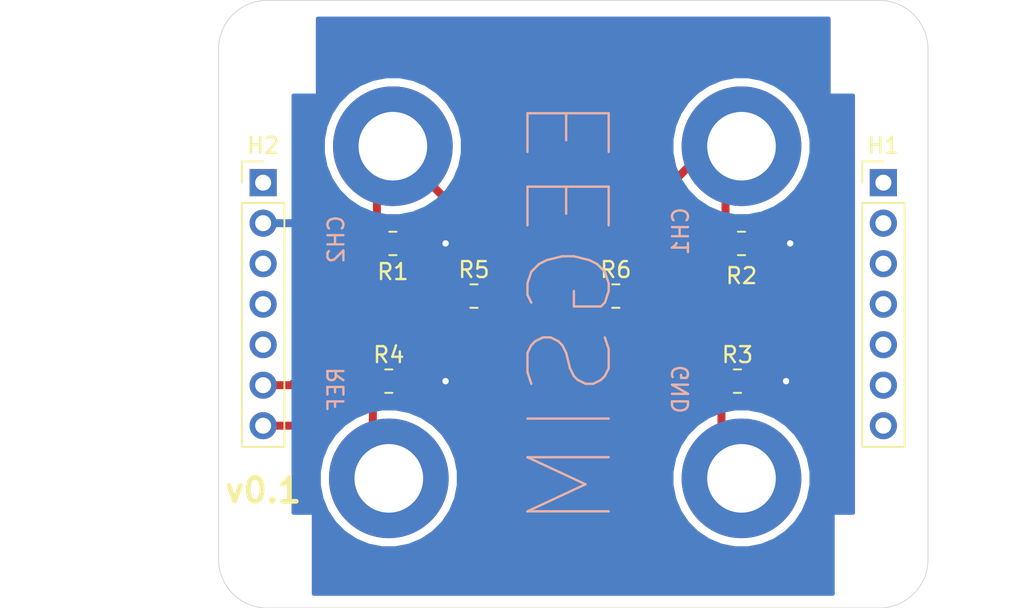
<source format=kicad_pcb>
(kicad_pcb (version 20171130) (host pcbnew "(5.1.10)-1")

  (general
    (thickness 1.6)
    (drawings 28)
    (tracks 40)
    (zones 0)
    (modules 16)
    (nets 2)
  )

  (page A4)
  (layers
    (0 F.Cu signal)
    (31 B.Cu signal hide)
    (32 B.Adhes user)
    (33 F.Adhes user)
    (34 B.Paste user)
    (35 F.Paste user)
    (36 B.SilkS user)
    (37 F.SilkS user)
    (38 B.Mask user)
    (39 F.Mask user)
    (40 Dwgs.User user)
    (41 Cmts.User user)
    (42 Eco1.User user)
    (43 Eco2.User user)
    (44 Edge.Cuts user)
    (45 Margin user)
    (46 B.CrtYd user)
    (47 F.CrtYd user)
    (48 B.Fab user)
    (49 F.Fab user)
  )

  (setup
    (last_trace_width 0.25)
    (user_trace_width 0.5)
    (trace_clearance 0.2)
    (zone_clearance 0.508)
    (zone_45_only no)
    (trace_min 0.2)
    (via_size 0.8)
    (via_drill 0.4)
    (via_min_size 0.4)
    (via_min_drill 0.3)
    (uvia_size 0.3)
    (uvia_drill 0.1)
    (uvias_allowed no)
    (uvia_min_size 0.2)
    (uvia_min_drill 0.1)
    (edge_width 0.05)
    (segment_width 0.2)
    (pcb_text_width 0.3)
    (pcb_text_size 1.5 1.5)
    (mod_edge_width 0.12)
    (mod_text_size 1 1)
    (mod_text_width 0.15)
    (pad_size 1.2 1.4)
    (pad_drill 0)
    (pad_to_mask_clearance 0)
    (aux_axis_origin 0 0)
    (visible_elements 7FFFFFFF)
    (pcbplotparams
      (layerselection 0x010fc_ffffffff)
      (usegerberextensions false)
      (usegerberattributes true)
      (usegerberadvancedattributes true)
      (creategerberjobfile true)
      (excludeedgelayer true)
      (linewidth 0.100000)
      (plotframeref false)
      (viasonmask false)
      (mode 1)
      (useauxorigin false)
      (hpglpennumber 1)
      (hpglpenspeed 20)
      (hpglpendiameter 15.000000)
      (psnegative false)
      (psa4output false)
      (plotreference true)
      (plotvalue true)
      (plotinvisibletext false)
      (padsonsilk false)
      (subtractmaskfromsilk false)
      (outputformat 1)
      (mirror false)
      (drillshape 1)
      (scaleselection 1)
      (outputdirectory ""))
  )

  (net 0 "")
  (net 1 GND)

  (net_class Default "This is the default net class."
    (clearance 0.2)
    (trace_width 0.25)
    (via_dia 0.8)
    (via_drill 0.4)
    (uvia_dia 0.3)
    (uvia_drill 0.1)
    (add_net GND)
  )

  (module Connector_PinHeader_2.54mm:PinHeader_1x07_P2.54mm_Vertical (layer F.Cu) (tedit 64139A51) (tstamp 64117BFC)
    (at 120.904 144.018)
    (descr "Through hole straight pin header, 1x07, 2.54mm pitch, single row")
    (tags "Through hole pin header THT 1x07 2.54mm single row")
    (fp_text reference H2 (at 0 -2.33) (layer F.SilkS)
      (effects (font (size 1 1) (thickness 0.15)))
    )
    (fp_text value "" (at 0 17.57) (layer F.Fab)
      (effects (font (size 1 1) (thickness 0.15)))
    )
    (fp_line (start -0.635 -1.27) (end 1.27 -1.27) (layer F.Fab) (width 0.1))
    (fp_line (start 1.27 -1.27) (end 1.27 16.51) (layer F.Fab) (width 0.1))
    (fp_line (start 1.27 16.51) (end -1.27 16.51) (layer F.Fab) (width 0.1))
    (fp_line (start -1.27 16.51) (end -1.27 -0.635) (layer F.Fab) (width 0.1))
    (fp_line (start -1.27 -0.635) (end -0.635 -1.27) (layer F.Fab) (width 0.1))
    (fp_line (start -1.33 16.57) (end 1.33 16.57) (layer F.SilkS) (width 0.12))
    (fp_line (start -1.33 1.27) (end -1.33 16.57) (layer F.SilkS) (width 0.12))
    (fp_line (start 1.33 1.27) (end 1.33 16.57) (layer F.SilkS) (width 0.12))
    (fp_line (start -1.33 1.27) (end 1.33 1.27) (layer F.SilkS) (width 0.12))
    (fp_line (start -1.33 0) (end -1.33 -1.33) (layer F.SilkS) (width 0.12))
    (fp_line (start -1.33 -1.33) (end 0 -1.33) (layer F.SilkS) (width 0.12))
    (fp_line (start -1.8 -1.8) (end -1.8 17.05) (layer F.CrtYd) (width 0.05))
    (fp_line (start -1.8 17.05) (end 1.8 17.05) (layer F.CrtYd) (width 0.05))
    (fp_line (start 1.8 17.05) (end 1.8 -1.8) (layer F.CrtYd) (width 0.05))
    (fp_line (start 1.8 -1.8) (end -1.8 -1.8) (layer F.CrtYd) (width 0.05))
    (fp_text user %R (at 0 7.62 90) (layer F.Fab)
      (effects (font (size 1 1) (thickness 0.15)))
    )
    (pad 1 thru_hole rect (at 0 0) (size 1.7 1.7) (drill 1) (layers *.Cu *.Mask))
    (pad 2 thru_hole oval (at 0 2.54) (size 1.7 1.7) (drill 1) (layers *.Cu *.Mask)
      (net 1 GND))
    (pad 3 thru_hole oval (at 0 5.08) (size 1.7 1.7) (drill 1) (layers *.Cu *.Mask))
    (pad 4 thru_hole oval (at 0 7.62) (size 1.7 1.7) (drill 1) (layers *.Cu *.Mask))
    (pad 5 thru_hole oval (at 0 10.16) (size 1.7 1.7) (drill 1) (layers *.Cu *.Mask))
    (pad 6 thru_hole oval (at 0 12.7) (size 1.7 1.7) (drill 1) (layers *.Cu *.Mask))
    (pad 7 thru_hole oval (at 0 15.24) (size 1.7 1.7) (drill 1) (layers *.Cu *.Mask))
    (model ${KISYS3DMOD}/Connector_PinHeader_2.54mm.3dshapes/PinHeader_1x07_P2.54mm_Vertical.wrl
      (at (xyz 0 0 0))
      (scale (xyz 1 1 1))
      (rotate (xyz 0 0 0))
    )
  )

  (module Connector_PinHeader_2.54mm:PinHeader_1x07_P2.54mm_Vertical (layer F.Cu) (tedit 64139A46) (tstamp 64117BA2)
    (at 159.766 144.018)
    (descr "Through hole straight pin header, 1x07, 2.54mm pitch, single row")
    (tags "Through hole pin header THT 1x07 2.54mm single row")
    (fp_text reference H1 (at 0 -2.33) (layer F.SilkS)
      (effects (font (size 1 1) (thickness 0.15)))
    )
    (fp_text value "" (at 0 17.57) (layer F.Fab)
      (effects (font (size 1 1) (thickness 0.15)))
    )
    (fp_line (start 1.8 -1.8) (end -1.8 -1.8) (layer F.CrtYd) (width 0.05))
    (fp_line (start 1.8 17.05) (end 1.8 -1.8) (layer F.CrtYd) (width 0.05))
    (fp_line (start -1.8 17.05) (end 1.8 17.05) (layer F.CrtYd) (width 0.05))
    (fp_line (start -1.8 -1.8) (end -1.8 17.05) (layer F.CrtYd) (width 0.05))
    (fp_line (start -1.33 -1.33) (end 0 -1.33) (layer F.SilkS) (width 0.12))
    (fp_line (start -1.33 0) (end -1.33 -1.33) (layer F.SilkS) (width 0.12))
    (fp_line (start -1.33 1.27) (end 1.33 1.27) (layer F.SilkS) (width 0.12))
    (fp_line (start 1.33 1.27) (end 1.33 16.57) (layer F.SilkS) (width 0.12))
    (fp_line (start -1.33 1.27) (end -1.33 16.57) (layer F.SilkS) (width 0.12))
    (fp_line (start -1.33 16.57) (end 1.33 16.57) (layer F.SilkS) (width 0.12))
    (fp_line (start -1.27 -0.635) (end -0.635 -1.27) (layer F.Fab) (width 0.1))
    (fp_line (start -1.27 16.51) (end -1.27 -0.635) (layer F.Fab) (width 0.1))
    (fp_line (start 1.27 16.51) (end -1.27 16.51) (layer F.Fab) (width 0.1))
    (fp_line (start 1.27 -1.27) (end 1.27 16.51) (layer F.Fab) (width 0.1))
    (fp_line (start -0.635 -1.27) (end 1.27 -1.27) (layer F.Fab) (width 0.1))
    (fp_text user %R (at 0 7.62 90) (layer F.Fab)
      (effects (font (size 1 1) (thickness 0.15)))
    )
    (pad 7 thru_hole oval (at 0 15.24) (size 1.7 1.7) (drill 1) (layers *.Cu *.Mask))
    (pad 6 thru_hole oval (at 0 12.7) (size 1.7 1.7) (drill 1) (layers *.Cu *.Mask))
    (pad 5 thru_hole oval (at 0 10.16) (size 1.7 1.7) (drill 1) (layers *.Cu *.Mask))
    (pad 4 thru_hole oval (at 0 7.62) (size 1.7 1.7) (drill 1) (layers *.Cu *.Mask))
    (pad 3 thru_hole oval (at 0 5.08) (size 1.7 1.7) (drill 1) (layers *.Cu *.Mask))
    (pad 2 thru_hole oval (at 0 2.54) (size 1.7 1.7) (drill 1) (layers *.Cu *.Mask))
    (pad 1 thru_hole rect (at 0 0) (size 1.7 1.7) (drill 1) (layers *.Cu *.Mask))
    (model ${KISYS3DMOD}/Connector_PinHeader_2.54mm.3dshapes/PinHeader_1x07_P2.54mm_Vertical.wrl
      (at (xyz 0 0 0))
      (scale (xyz 1 1 1))
      (rotate (xyz 0 0 0))
    )
  )

  (module MountingHole:MountingHole_2.2mm_M2_DIN965 (layer F.Cu) (tedit 56D1B4CB) (tstamp 6410F1A6)
    (at 159.512 167.64)
    (descr "Mounting Hole 2.2mm, no annular, M2, DIN965")
    (tags "mounting hole 2.2mm no annular m2 din965")
    (attr virtual)
    (fp_text reference "" (at 0 -2.9) (layer F.SilkS) hide
      (effects (font (size 1 1) (thickness 0.15)))
    )
    (fp_text value "" (at 0 2.9) (layer F.Fab) hide
      (effects (font (size 1 1) (thickness 0.15)))
    )
    (fp_circle (center 0 0) (end 1.9 0) (layer Cmts.User) (width 0.15))
    (fp_circle (center 0 0) (end 2.15 0) (layer F.CrtYd) (width 0.05))
    (fp_text user %R (at 0.3 0) (layer F.Fab) hide
      (effects (font (size 1 1) (thickness 0.15)))
    )
    (pad 1 np_thru_hole circle (at 0 0) (size 2.2 2.2) (drill 2.2) (layers *.Cu *.Mask))
  )

  (module MountingHole:MountingHole_2.2mm_M2_DIN965 (layer F.Cu) (tedit 56D1B4CB) (tstamp 6410F19F)
    (at 159.512 135.636)
    (descr "Mounting Hole 2.2mm, no annular, M2, DIN965")
    (tags "mounting hole 2.2mm no annular m2 din965")
    (attr virtual)
    (fp_text reference "" (at 0 -2.9) (layer F.SilkS) hide
      (effects (font (size 1 1) (thickness 0.15)))
    )
    (fp_text value "" (at 0 2.9) (layer F.Fab) hide
      (effects (font (size 1 1) (thickness 0.15)))
    )
    (fp_circle (center 0 0) (end 2.15 0) (layer F.CrtYd) (width 0.05))
    (fp_circle (center 0 0) (end 1.9 0) (layer Cmts.User) (width 0.15))
    (fp_text user %R (at 0.3 0) (layer F.Fab) hide
      (effects (font (size 1 1) (thickness 0.15)))
    )
    (pad 1 np_thru_hole circle (at 0 0) (size 2.2 2.2) (drill 2.2) (layers *.Cu *.Mask))
  )

  (module MountingHole:MountingHole_2.2mm_M2_DIN965 (layer F.Cu) (tedit 56D1B4CB) (tstamp 6410F198)
    (at 121.158 135.636)
    (descr "Mounting Hole 2.2mm, no annular, M2, DIN965")
    (tags "mounting hole 2.2mm no annular m2 din965")
    (attr virtual)
    (fp_text reference "" (at 0 -2.9) (layer F.SilkS) hide
      (effects (font (size 1 1) (thickness 0.15)))
    )
    (fp_text value "" (at 0 2.9) (layer F.Fab) hide
      (effects (font (size 1 1) (thickness 0.15)))
    )
    (fp_circle (center 0 0) (end 1.9 0) (layer Cmts.User) (width 0.15))
    (fp_circle (center 0 0) (end 2.15 0) (layer F.CrtYd) (width 0.05))
    (fp_text user %R (at 0.3 0) (layer F.Fab) hide
      (effects (font (size 1 1) (thickness 0.15)))
    )
    (pad 1 np_thru_hole circle (at 0 0) (size 2.2 2.2) (drill 2.2) (layers *.Cu *.Mask))
  )

  (module MountingHole:MountingHole_2.2mm_M2_DIN965 (layer F.Cu) (tedit 56D1B4CB) (tstamp 6410F191)
    (at 121.158 167.64)
    (descr "Mounting Hole 2.2mm, no annular, M2, DIN965")
    (tags "mounting hole 2.2mm no annular m2 din965")
    (attr virtual)
    (fp_text reference "" (at 0 -2.9) (layer F.SilkS) hide
      (effects (font (size 1 1) (thickness 0.15)))
    )
    (fp_text value "" (at 0 2.9) (layer F.Fab) hide
      (effects (font (size 1 1) (thickness 0.15)))
    )
    (fp_circle (center 0 0) (end 2.15 0) (layer F.CrtYd) (width 0.05))
    (fp_circle (center 0 0) (end 1.9 0) (layer Cmts.User) (width 0.15))
    (fp_text user %R (at 0.3 0) (layer F.Fab) hide
      (effects (font (size 1 1) (thickness 0.15)))
    )
    (pad 1 np_thru_hole circle (at 0 0) (size 2.2 2.2) (drill 2.2) (layers *.Cu *.Mask))
  )

  (module Resistor_SMD:R_0805_2012Metric_Pad1.20x1.40mm_HandSolder (layer F.Cu) (tedit 5F68FEEE) (tstamp 63F3D17A)
    (at 134.112 151.13)
    (descr "Resistor SMD 0805 (2012 Metric), square (rectangular) end terminal, IPC_7351 nominal with elongated pad for handsoldering. (Body size source: IPC-SM-782 page 72, https://www.pcb-3d.com/wordpress/wp-content/uploads/ipc-sm-782a_amendment_1_and_2.pdf), generated with kicad-footprint-generator")
    (tags "resistor handsolder")
    (attr smd)
    (fp_text reference R5 (at 0 -1.65) (layer F.SilkS)
      (effects (font (size 1 1) (thickness 0.15)))
    )
    (fp_text value "" (at 0 1.65) (layer F.Fab) hide
      (effects (font (size 1 1) (thickness 0.15)))
    )
    (fp_line (start 1.85 0.95) (end -1.85 0.95) (layer F.CrtYd) (width 0.05))
    (fp_line (start 1.85 -0.95) (end 1.85 0.95) (layer F.CrtYd) (width 0.05))
    (fp_line (start -1.85 -0.95) (end 1.85 -0.95) (layer F.CrtYd) (width 0.05))
    (fp_line (start -1.85 0.95) (end -1.85 -0.95) (layer F.CrtYd) (width 0.05))
    (fp_line (start -0.227064 0.735) (end 0.227064 0.735) (layer F.SilkS) (width 0.12))
    (fp_line (start -0.227064 -0.735) (end 0.227064 -0.735) (layer F.SilkS) (width 0.12))
    (fp_line (start 1 0.625) (end -1 0.625) (layer F.Fab) (width 0.1))
    (fp_line (start 1 -0.625) (end 1 0.625) (layer F.Fab) (width 0.1))
    (fp_line (start -1 -0.625) (end 1 -0.625) (layer F.Fab) (width 0.1))
    (fp_line (start -1 0.625) (end -1 -0.625) (layer F.Fab) (width 0.1))
    (fp_text user 24M9 (at 0 0) (layer F.Fab)
      (effects (font (size 0.5 0.5) (thickness 0.08)))
    )
    (pad 2 smd roundrect (at 1 0) (size 1.2 1.4) (layers F.Cu F.Paste F.Mask) (roundrect_rratio 0.208333))
    (pad 1 smd roundrect (at -1 0) (size 1.2 1.4) (layers F.Cu F.Paste F.Mask) (roundrect_rratio 0.208333))
    (model ${KISYS3DMOD}/Resistor_SMD.3dshapes/R_0805_2012Metric.wrl
      (at (xyz 0 0 0))
      (scale (xyz 1 1 1))
      (rotate (xyz 0 0 0))
    )
  )

  (module Resistor_SMD:R_0805_2012Metric_Pad1.20x1.40mm_HandSolder (layer F.Cu) (tedit 5F68FEEE) (tstamp 63F3D15A)
    (at 143.002 151.13)
    (descr "Resistor SMD 0805 (2012 Metric), square (rectangular) end terminal, IPC_7351 nominal with elongated pad for handsoldering. (Body size source: IPC-SM-782 page 72, https://www.pcb-3d.com/wordpress/wp-content/uploads/ipc-sm-782a_amendment_1_and_2.pdf), generated with kicad-footprint-generator")
    (tags "resistor handsolder")
    (attr smd)
    (fp_text reference R6 (at 0 -1.65) (layer F.SilkS)
      (effects (font (size 1 1) (thickness 0.15)))
    )
    (fp_text value "" (at 0 1.65) (layer F.Fab) hide
      (effects (font (size 1 1) (thickness 0.15)))
    )
    (fp_line (start -1 0.625) (end -1 -0.625) (layer F.Fab) (width 0.1))
    (fp_line (start -1 -0.625) (end 1 -0.625) (layer F.Fab) (width 0.1))
    (fp_line (start 1 -0.625) (end 1 0.625) (layer F.Fab) (width 0.1))
    (fp_line (start 1 0.625) (end -1 0.625) (layer F.Fab) (width 0.1))
    (fp_line (start -0.227064 -0.735) (end 0.227064 -0.735) (layer F.SilkS) (width 0.12))
    (fp_line (start -0.227064 0.735) (end 0.227064 0.735) (layer F.SilkS) (width 0.12))
    (fp_line (start -1.85 0.95) (end -1.85 -0.95) (layer F.CrtYd) (width 0.05))
    (fp_line (start -1.85 -0.95) (end 1.85 -0.95) (layer F.CrtYd) (width 0.05))
    (fp_line (start 1.85 -0.95) (end 1.85 0.95) (layer F.CrtYd) (width 0.05))
    (fp_line (start 1.85 0.95) (end -1.85 0.95) (layer F.CrtYd) (width 0.05))
    (fp_text user 24M9 (at 0 0) (layer F.Fab)
      (effects (font (size 0.5 0.5) (thickness 0.08)))
    )
    (pad 1 smd roundrect (at -1 0) (size 1.2 1.4) (layers F.Cu F.Paste F.Mask) (roundrect_rratio 0.208333))
    (pad 2 smd roundrect (at 1 0) (size 1.2 1.4) (layers F.Cu F.Paste F.Mask) (roundrect_rratio 0.208333))
    (model ${KISYS3DMOD}/Resistor_SMD.3dshapes/R_0805_2012Metric.wrl
      (at (xyz 0 0 0))
      (scale (xyz 1 1 1))
      (rotate (xyz 0 0 0))
    )
  )

  (module Resistor_SMD:R_0805_2012Metric_Pad1.20x1.40mm_HandSolder (layer F.Cu) (tedit 64139BE8) (tstamp 63F3D108)
    (at 150.876 147.828)
    (descr "Resistor SMD 0805 (2012 Metric), square (rectangular) end terminal, IPC_7351 nominal with elongated pad for handsoldering. (Body size source: IPC-SM-782 page 72, https://www.pcb-3d.com/wordpress/wp-content/uploads/ipc-sm-782a_amendment_1_and_2.pdf), generated with kicad-footprint-generator")
    (tags "resistor handsolder")
    (attr smd)
    (fp_text reference R2 (at 0 2.032) (layer F.SilkS)
      (effects (font (size 1 1) (thickness 0.15)))
    )
    (fp_text value "" (at 0 1.65) (layer F.Fab) hide
      (effects (font (size 1 1) (thickness 0.15)))
    )
    (fp_line (start -1 0.625) (end -1 -0.625) (layer F.Fab) (width 0.1))
    (fp_line (start -1 -0.625) (end 1 -0.625) (layer F.Fab) (width 0.1))
    (fp_line (start 1 -0.625) (end 1 0.625) (layer F.Fab) (width 0.1))
    (fp_line (start 1 0.625) (end -1 0.625) (layer F.Fab) (width 0.1))
    (fp_line (start -0.227064 -0.735) (end 0.227064 -0.735) (layer F.SilkS) (width 0.12))
    (fp_line (start -0.227064 0.735) (end 0.227064 0.735) (layer F.SilkS) (width 0.12))
    (fp_line (start -1.85 0.95) (end -1.85 -0.95) (layer F.CrtYd) (width 0.05))
    (fp_line (start -1.85 -0.95) (end 1.85 -0.95) (layer F.CrtYd) (width 0.05))
    (fp_line (start 1.85 -0.95) (end 1.85 0.95) (layer F.CrtYd) (width 0.05))
    (fp_line (start 1.85 0.95) (end -1.85 0.95) (layer F.CrtYd) (width 0.05))
    (fp_text user 1k5 (at 0 0) (layer F.Fab)
      (effects (font (size 0.5 0.5) (thickness 0.08)))
    )
    (pad 1 smd roundrect (at -1 0) (size 1.2 1.4) (layers F.Cu F.Paste F.Mask) (roundrect_rratio 0.208333))
    (pad 2 smd roundrect (at 1 0) (size 1.2 1.4) (layers F.Cu F.Paste F.Mask) (roundrect_rratio 0.208)
      (net 1 GND))
    (model ${KISYS3DMOD}/Resistor_SMD.3dshapes/R_0805_2012Metric.wrl
      (at (xyz 0 0 0))
      (scale (xyz 1 1 1))
      (rotate (xyz 0 0 0))
    )
  )

  (module Resistor_SMD:R_0805_2012Metric_Pad1.20x1.40mm_HandSolder (layer F.Cu) (tedit 64139BF2) (tstamp 63F3D0E8)
    (at 150.622 156.464)
    (descr "Resistor SMD 0805 (2012 Metric), square (rectangular) end terminal, IPC_7351 nominal with elongated pad for handsoldering. (Body size source: IPC-SM-782 page 72, https://www.pcb-3d.com/wordpress/wp-content/uploads/ipc-sm-782a_amendment_1_and_2.pdf), generated with kicad-footprint-generator")
    (tags "resistor handsolder")
    (attr smd)
    (fp_text reference R3 (at 0 -1.65) (layer F.SilkS)
      (effects (font (size 1 1) (thickness 0.15)))
    )
    (fp_text value "" (at 0 1.65) (layer F.Fab) hide
      (effects (font (size 1 1) (thickness 0.15)))
    )
    (fp_line (start 1.85 0.95) (end -1.85 0.95) (layer F.CrtYd) (width 0.05))
    (fp_line (start 1.85 -0.95) (end 1.85 0.95) (layer F.CrtYd) (width 0.05))
    (fp_line (start -1.85 -0.95) (end 1.85 -0.95) (layer F.CrtYd) (width 0.05))
    (fp_line (start -1.85 0.95) (end -1.85 -0.95) (layer F.CrtYd) (width 0.05))
    (fp_line (start -0.227064 0.735) (end 0.227064 0.735) (layer F.SilkS) (width 0.12))
    (fp_line (start -0.227064 -0.735) (end 0.227064 -0.735) (layer F.SilkS) (width 0.12))
    (fp_line (start 1 0.625) (end -1 0.625) (layer F.Fab) (width 0.1))
    (fp_line (start 1 -0.625) (end 1 0.625) (layer F.Fab) (width 0.1))
    (fp_line (start -1 -0.625) (end 1 -0.625) (layer F.Fab) (width 0.1))
    (fp_line (start -1 0.625) (end -1 -0.625) (layer F.Fab) (width 0.1))
    (fp_text user 1k5 (at 0 0) (layer F.Fab)
      (effects (font (size 0.5 0.5) (thickness 0.08)))
    )
    (pad 2 smd roundrect (at 1 0) (size 1.2 1.4) (layers F.Cu F.Paste F.Mask) (roundrect_rratio 0.208)
      (net 1 GND))
    (pad 1 smd roundrect (at -1 0) (size 1.2 1.4) (layers F.Cu F.Paste F.Mask) (roundrect_rratio 0.208333))
    (model ${KISYS3DMOD}/Resistor_SMD.3dshapes/R_0805_2012Metric.wrl
      (at (xyz 0 0 0))
      (scale (xyz 1 1 1))
      (rotate (xyz 0 0 0))
    )
  )

  (module Resistor_SMD:R_0805_2012Metric_Pad1.20x1.40mm_HandSolder (layer F.Cu) (tedit 64139BFC) (tstamp 63F3D0C8)
    (at 128.778 156.464)
    (descr "Resistor SMD 0805 (2012 Metric), square (rectangular) end terminal, IPC_7351 nominal with elongated pad for handsoldering. (Body size source: IPC-SM-782 page 72, https://www.pcb-3d.com/wordpress/wp-content/uploads/ipc-sm-782a_amendment_1_and_2.pdf), generated with kicad-footprint-generator")
    (tags "resistor handsolder")
    (attr smd)
    (fp_text reference R4 (at 0 -1.65) (layer F.SilkS)
      (effects (font (size 1 1) (thickness 0.15)))
    )
    (fp_text value "" (at 0 1.65) (layer F.Fab) hide
      (effects (font (size 1 1) (thickness 0.15)))
    )
    (fp_line (start -1 0.625) (end -1 -0.625) (layer F.Fab) (width 0.1))
    (fp_line (start -1 -0.625) (end 1 -0.625) (layer F.Fab) (width 0.1))
    (fp_line (start 1 -0.625) (end 1 0.625) (layer F.Fab) (width 0.1))
    (fp_line (start 1 0.625) (end -1 0.625) (layer F.Fab) (width 0.1))
    (fp_line (start -0.227064 -0.735) (end 0.227064 -0.735) (layer F.SilkS) (width 0.12))
    (fp_line (start -0.227064 0.735) (end 0.227064 0.735) (layer F.SilkS) (width 0.12))
    (fp_line (start -1.85 0.95) (end -1.85 -0.95) (layer F.CrtYd) (width 0.05))
    (fp_line (start -1.85 -0.95) (end 1.85 -0.95) (layer F.CrtYd) (width 0.05))
    (fp_line (start 1.85 -0.95) (end 1.85 0.95) (layer F.CrtYd) (width 0.05))
    (fp_line (start 1.85 0.95) (end -1.85 0.95) (layer F.CrtYd) (width 0.05))
    (fp_text user 1k5 (at 0 0) (layer F.Fab)
      (effects (font (size 0.5 0.5) (thickness 0.08)))
    )
    (pad 1 smd roundrect (at -1 0) (size 1.2 1.4) (layers F.Cu F.Paste F.Mask) (roundrect_rratio 0.208333))
    (pad 2 smd roundrect (at 1 0) (size 1.2 1.4) (layers F.Cu F.Paste F.Mask) (roundrect_rratio 0.208)
      (net 1 GND))
    (model ${KISYS3DMOD}/Resistor_SMD.3dshapes/R_0805_2012Metric.wrl
      (at (xyz 0 0 0))
      (scale (xyz 1 1 1))
      (rotate (xyz 0 0 0))
    )
  )

  (module Resistor_SMD:R_0805_2012Metric_Pad1.20x1.40mm_HandSolder (layer F.Cu) (tedit 64139BDA) (tstamp 63F3D0A8)
    (at 129.032 147.828)
    (descr "Resistor SMD 0805 (2012 Metric), square (rectangular) end terminal, IPC_7351 nominal with elongated pad for handsoldering. (Body size source: IPC-SM-782 page 72, https://www.pcb-3d.com/wordpress/wp-content/uploads/ipc-sm-782a_amendment_1_and_2.pdf), generated with kicad-footprint-generator")
    (tags "resistor handsolder")
    (attr smd)
    (fp_text reference R1 (at 0 1.778) (layer F.SilkS)
      (effects (font (size 1 1) (thickness 0.15)))
    )
    (fp_text value "" (at 0 1.65) (layer F.Fab) hide
      (effects (font (size 1 1) (thickness 0.15)))
    )
    (fp_line (start 1.85 0.95) (end -1.85 0.95) (layer F.CrtYd) (width 0.05))
    (fp_line (start 1.85 -0.95) (end 1.85 0.95) (layer F.CrtYd) (width 0.05))
    (fp_line (start -1.85 -0.95) (end 1.85 -0.95) (layer F.CrtYd) (width 0.05))
    (fp_line (start -1.85 0.95) (end -1.85 -0.95) (layer F.CrtYd) (width 0.05))
    (fp_line (start -0.227064 0.735) (end 0.227064 0.735) (layer F.SilkS) (width 0.12))
    (fp_line (start -0.227064 -0.735) (end 0.227064 -0.735) (layer F.SilkS) (width 0.12))
    (fp_line (start 1 0.625) (end -1 0.625) (layer F.Fab) (width 0.1))
    (fp_line (start 1 -0.625) (end 1 0.625) (layer F.Fab) (width 0.1))
    (fp_line (start -1 -0.625) (end 1 -0.625) (layer F.Fab) (width 0.1))
    (fp_line (start -1 0.625) (end -1 -0.625) (layer F.Fab) (width 0.1))
    (fp_text user 1.5k (at 0 0) (layer F.Fab)
      (effects (font (size 0.5 0.5) (thickness 0.08)))
    )
    (pad 2 smd roundrect (at 1 0) (size 1.2 1.4) (layers F.Cu F.Paste F.Mask) (roundrect_rratio 0.208)
      (net 1 GND))
    (pad 1 smd roundrect (at -1 0) (size 1.2 1.4) (layers F.Cu F.Paste F.Mask) (roundrect_rratio 0.208333))
    (model ${KISYS3DMOD}/Resistor_SMD.3dshapes/R_0805_2012Metric.wrl
      (at (xyz 0 0 0))
      (scale (xyz 1 1 1))
      (rotate (xyz 0 0 0))
    )
  )

  (module MountingHole:MountingHole_4.3mm_M4_DIN965_Pad (layer F.Cu) (tedit 56D1B4CB) (tstamp 63F3D088)
    (at 128.778 162.56)
    (descr "Mounting Hole 4.3mm, M4, DIN965")
    (tags "mounting hole 4.3mm m4 din965")
    (attr virtual)
    (fp_text reference "" (at 0 -4.75) (layer F.SilkS)
      (effects (font (size 1 1) (thickness 0.15)))
    )
    (fp_text value "" (at 0 4.75) (layer F.Fab)
      (effects (font (size 1 1) (thickness 0.15)))
    )
    (fp_circle (center 0 0) (end 3.75 0) (layer Cmts.User) (width 0.15))
    (fp_circle (center 0 0) (end 4 0) (layer F.CrtYd) (width 0.05))
    (fp_text user %R (at 0.3 0) (layer F.Fab)
      (effects (font (size 1 1) (thickness 0.15)))
    )
    (pad 1 thru_hole circle (at 0 0) (size 7.5 7.5) (drill 4.3) (layers *.Cu *.Mask))
  )

  (module MountingHole:MountingHole_4.3mm_M4_DIN965_Pad (layer F.Cu) (tedit 56D1B4CB) (tstamp 63F3D07A)
    (at 150.876 162.56)
    (descr "Mounting Hole 4.3mm, M4, DIN965")
    (tags "mounting hole 4.3mm m4 din965")
    (attr virtual)
    (fp_text reference "" (at 0 -4.75) (layer F.SilkS)
      (effects (font (size 1 1) (thickness 0.15)))
    )
    (fp_text value "" (at 0 4.75) (layer F.Fab)
      (effects (font (size 1 1) (thickness 0.15)))
    )
    (fp_circle (center 0 0) (end 4 0) (layer F.CrtYd) (width 0.05))
    (fp_circle (center 0 0) (end 3.75 0) (layer Cmts.User) (width 0.15))
    (fp_text user %R (at 0.3 0) (layer F.Fab)
      (effects (font (size 1 1) (thickness 0.15)))
    )
    (pad 1 thru_hole circle (at 0 0) (size 7.5 7.5) (drill 4.3) (layers *.Cu *.Mask))
  )

  (module MountingHole:MountingHole_4.3mm_M4_DIN965_Pad (layer F.Cu) (tedit 56D1B4CB) (tstamp 63F3D06C)
    (at 150.876 141.732)
    (descr "Mounting Hole 4.3mm, M4, DIN965")
    (tags "mounting hole 4.3mm m4 din965")
    (attr virtual)
    (fp_text reference "" (at 0 -4.75) (layer F.SilkS)
      (effects (font (size 1 1) (thickness 0.15)))
    )
    (fp_text value "" (at 0 4.75) (layer F.Fab)
      (effects (font (size 1 1) (thickness 0.15)))
    )
    (fp_circle (center 0 0) (end 3.75 0) (layer Cmts.User) (width 0.15))
    (fp_circle (center 0 0) (end 4 0) (layer F.CrtYd) (width 0.05))
    (fp_text user %R (at 0.3 0) (layer F.Fab)
      (effects (font (size 1 1) (thickness 0.15)))
    )
    (pad 1 thru_hole circle (at 0 0) (size 7.5 7.5) (drill 4.3) (layers *.Cu *.Mask))
  )

  (module MountingHole:MountingHole_4.3mm_M4_DIN965_Pad (layer F.Cu) (tedit 56D1B4CB) (tstamp 63F3D00F)
    (at 129.032 141.732)
    (descr "Mounting Hole 4.3mm, M4, DIN965")
    (tags "mounting hole 4.3mm m4 din965")
    (attr virtual)
    (fp_text reference "" (at 0 -4.75) (layer F.SilkS)
      (effects (font (size 1 1) (thickness 0.15)))
    )
    (fp_text value "" (at 0 4.75) (layer F.Fab)
      (effects (font (size 1 1) (thickness 0.15)))
    )
    (fp_circle (center 0 0) (end 4 0) (layer F.CrtYd) (width 0.05))
    (fp_circle (center 0 0) (end 3.75 0) (layer Cmts.User) (width 0.15))
    (fp_text user %R (at 0.3 0) (layer F.Fab)
      (effects (font (size 1 1) (thickness 0.15)))
    )
    (pad 1 thru_hole circle (at 0 0) (size 7.5 7.5) (drill 4.3) (layers *.Cu *.Mask))
  )

  (gr_text v0.1 (at 120.904 163.322) (layer F.SilkS)
    (effects (font (size 1.5 1.5) (thickness 0.3)))
  )
  (gr_text REF (at 164.338 159.512) (layer Dwgs.User) (tstamp 64120AAF)
    (effects (font (size 1.5 1.5) (thickness 0.3)))
  )
  (gr_text AGND (at 165.1 156.972) (layer Dwgs.User) (tstamp 64120AAB)
    (effects (font (size 1.5 1.5) (thickness 0.3)))
  )
  (gr_text CH1+ (at 165.1 154.178) (layer Dwgs.User) (tstamp 64120AA7)
    (effects (font (size 1.5 1.5) (thickness 0.3)))
  )
  (gr_text CH1- (at 165.1 151.638) (layer Dwgs.User) (tstamp 64120AA4)
    (effects (font (size 1.5 1.5) (thickness 0.3)))
  )
  (gr_text CH0- (at 165.1 149.098) (layer Dwgs.User) (tstamp 64120AA1)
    (effects (font (size 1.5 1.5) (thickness 0.3)))
  )
  (gr_text CH0+ (at 165.1 146.558) (layer Dwgs.User) (tstamp 64120A9E)
    (effects (font (size 1.5 1.5) (thickness 0.3)))
  )
  (gr_text A6/D6/TX (at 111.76 159.258) (layer Dwgs.User) (tstamp 64120A99)
    (effects (font (size 1.5 1.5) (thickness 0.3)))
  )
  (gr_text A7/D7/RX (at 111.76 156.718) (layer Dwgs.User) (tstamp 64120A92)
    (effects (font (size 1.5 1.5) (thickness 0.3)))
  )
  (gr_text D1/A1 (at 114.046 154.178) (layer Dwgs.User) (tstamp 64120A88)
    (effects (font (size 1.5 1.5) (thickness 0.3)))
  )
  (gr_text DAC/D0/A0 (at 111.252 151.638) (layer Dwgs.User) (tstamp 64120A80)
    (effects (font (size 1.5 1.5) (thickness 0.3)))
  )
  (gr_text 3.3V (at 115.062 148.844) (layer Dwgs.User) (tstamp 64120A7C)
    (effects (font (size 1.5 1.5) (thickness 0.3)))
  )
  (gr_text GND (at 115.316 146.304) (layer Dwgs.User) (tstamp 64120A78)
    (effects (font (size 1.5 1.5) (thickness 0.3)))
  )
  (gr_text 5V (at 116.332 144.018) (layer Dwgs.User) (tstamp 64120A73)
    (effects (font (size 1.5 1.5) (thickness 0.3)))
  )
  (gr_text A3.3V (at 164.846 144.018) (layer Dwgs.User)
    (effects (font (size 1.5 1.5) (thickness 0.3)))
  )
  (gr_arc (start 121.158 167.64) (end 118.11 167.64) (angle -90) (layer Edge.Cuts) (width 0.05) (tstamp 64117DB5))
  (gr_line (start 162.56 135.636) (end 162.56 167.64) (layer Edge.Cuts) (width 0.05) (tstamp 64117DB4))
  (gr_arc (start 159.512 135.636) (end 162.56 135.636) (angle -90) (layer Edge.Cuts) (width 0.05) (tstamp 64117DB3))
  (gr_arc (start 121.158 135.636) (end 121.158 132.588) (angle -90) (layer Edge.Cuts) (width 0.05) (tstamp 64117DB2))
  (gr_arc (start 159.512 167.64) (end 159.512 170.688) (angle -90) (layer Edge.Cuts) (width 0.05) (tstamp 64117DB1))
  (gr_line (start 121.158 132.588) (end 159.512 132.588) (layer Edge.Cuts) (width 0.05) (tstamp 64117DB0))
  (gr_line (start 118.11 167.64) (end 118.11 135.636) (layer Edge.Cuts) (width 0.05) (tstamp 64117DAF))
  (gr_line (start 159.512 170.688) (end 121.158 170.688) (layer Edge.Cuts) (width 0.05) (tstamp 64117DAE))
  (gr_text EEGSIM (at 140.208 152.146 90) (layer B.SilkS)
    (effects (font (size 5.089401 5.089401) (thickness 0.15)) (justify mirror))
  )
  (gr_text CH1 (at 147.066 147.066 90) (layer B.SilkS)
    (effects (font (size 1 1) (thickness 0.15)) (justify mirror))
  )
  (gr_text GND (at 147.066 156.972 90) (layer B.SilkS)
    (effects (font (size 1 1) (thickness 0.15)) (justify mirror))
  )
  (gr_text REF (at 125.476 156.972 90) (layer B.SilkS)
    (effects (font (size 1 1) (thickness 0.15)) (justify mirror))
  )
  (gr_text CH2 (at 125.476 147.574 90) (layer B.SilkS)
    (effects (font (size 1 1) (thickness 0.15)) (justify mirror))
  )

  (segment (start 144.05 150.368) (end 144.05 146.526) (width 0.5) (layer F.Cu) (net 0))
  (segment (start 148.844 141.732) (end 150.876 141.732) (width 0.5) (layer F.Cu) (net 0))
  (segment (start 144.05 146.526) (end 148.844 141.732) (width 0.5) (layer F.Cu) (net 0))
  (segment (start 135.128 147.828) (end 129.032 141.732) (width 0.5) (layer F.Cu) (net 0))
  (segment (start 135.128 151.13) (end 135.128 147.828) (width 0.5) (layer F.Cu) (net 0))
  (segment (start 128.032 142.732) (end 129.032 141.732) (width 0.5) (layer F.Cu) (net 0))
  (segment (start 128.032 147.828) (end 128.032 142.732) (width 0.5) (layer F.Cu) (net 0))
  (segment (start 127.778 161.56) (end 128.778 162.56) (width 0.5) (layer F.Cu) (net 0))
  (segment (start 127.778 156.464) (end 127.778 161.56) (width 0.5) (layer F.Cu) (net 0))
  (segment (start 151.622 161.814) (end 150.876 162.56) (width 0.5) (layer F.Cu) (net 0))
  (segment (start 151.876 142.732) (end 150.876 141.732) (width 0.5) (layer F.Cu) (net 0))
  (segment (start 120.904 159.258) (end 123.444 159.258) (width 0.5) (layer F.Cu) (net 0))
  (segment (start 123.444 159.258) (end 124.714 157.988) (width 0.5) (layer F.Cu) (net 0))
  (segment (start 124.714 157.988) (end 124.714 155.702) (width 0.5) (layer F.Cu) (net 0))
  (segment (start 120.904 156.718) (end 122.682 156.718) (width 0.5) (layer F.Cu) (net 0))
  (segment (start 122.682 156.718) (end 123.19 156.21) (width 0.5) (layer F.Cu) (net 0))
  (segment (start 123.19 156.21) (end 123.19 154.432) (width 0.5) (layer F.Cu) (net 0))
  (segment (start 126.492 151.13) (end 133.112 151.13) (width 0.5) (layer F.Cu) (net 0))
  (segment (start 123.19 154.432) (end 126.492 151.13) (width 0.5) (layer F.Cu) (net 0))
  (segment (start 149.876 142.732) (end 150.876 141.732) (width 0.5) (layer F.Cu) (net 0))
  (segment (start 149.876 147.828) (end 149.876 142.732) (width 0.5) (layer F.Cu) (net 0))
  (segment (start 149.622 161.306) (end 150.876 162.56) (width 0.5) (layer F.Cu) (net 0))
  (segment (start 149.622 156.464) (end 149.622 161.306) (width 0.5) (layer F.Cu) (net 0))
  (segment (start 126.746 153.67) (end 125.73 154.686) (width 0.5) (layer F.Cu) (net 0))
  (segment (start 141.478 153.67) (end 126.746 153.67) (width 0.5) (layer F.Cu) (net 0))
  (segment (start 142.002 153.146) (end 141.478 153.67) (width 0.5) (layer F.Cu) (net 0))
  (segment (start 142.002 151.13) (end 142.002 153.146) (width 0.5) (layer F.Cu) (net 0))
  (segment (start 125.73 154.686) (end 125.984 154.432) (width 0.5) (layer F.Cu) (net 0))
  (segment (start 124.714 155.702) (end 125.73 154.686) (width 0.5) (layer F.Cu) (net 0))
  (segment (start 130.032 156.21) (end 129.778 156.464) (width 0.5) (layer F.Cu) (net 1))
  (via (at 132.334 147.828) (size 0.8) (drill 0.4) (layers F.Cu B.Cu) (net 1))
  (segment (start 132.334 147.828) (end 130.032 147.828) (width 0.5) (layer F.Cu) (net 1))
  (segment (start 151.876 156.21) (end 151.622 156.464) (width 0.5) (layer F.Cu) (net 1))
  (via (at 153.67 156.464) (size 0.8) (drill 0.4) (layers F.Cu B.Cu) (net 1))
  (via (at 132.334 156.464) (size 0.8) (drill 0.4) (layers F.Cu B.Cu) (net 1))
  (segment (start 153.67 156.464) (end 151.622 156.464) (width 0.5) (layer F.Cu) (net 1))
  (via (at 153.924 147.828) (size 0.8) (drill 0.4) (layers F.Cu B.Cu) (net 1))
  (segment (start 153.924 147.828) (end 151.876 147.828) (width 0.5) (layer F.Cu) (net 1))
  (segment (start 132.334 156.464) (end 129.778 156.464) (width 0.5) (layer F.Cu) (net 1))
  (segment (start 120.904 146.558) (end 123.952 146.558) (width 0.5) (layer B.Cu) (net 1))

  (zone (net 1) (net_name GND) (layer B.Cu) (tstamp 0) (hatch edge 0.508)
    (connect_pads (clearance 0.508))
    (min_thickness 0.254)
    (fill yes (arc_segments 32) (thermal_gap 0.508) (thermal_bridge_width 0.508))
    (polygon
      (pts
        (xy 156.464 138.43) (xy 157.988 138.43) (xy 157.988 164.846) (xy 156.718 164.846) (xy 156.718 169.926)
        (xy 123.952 169.926) (xy 123.952 164.846) (xy 122.682 164.846) (xy 122.682 138.43) (xy 124.206 138.43)
        (xy 124.206 133.604) (xy 156.464 133.604)
      )
    )
    (filled_polygon
      (pts
        (xy 156.337 138.43) (xy 156.33944 138.454776) (xy 156.346667 138.478601) (xy 156.358403 138.500557) (xy 156.374197 138.519803)
        (xy 156.393443 138.535597) (xy 156.415399 138.547333) (xy 156.439224 138.55456) (xy 156.464 138.557) (xy 157.861 138.557)
        (xy 157.861 164.719) (xy 156.718 164.719) (xy 156.693224 164.72144) (xy 156.669399 164.728667) (xy 156.647443 164.740403)
        (xy 156.628197 164.756197) (xy 156.612403 164.775443) (xy 156.600667 164.797399) (xy 156.59344 164.821224) (xy 156.591 164.846)
        (xy 156.591 169.799) (xy 124.079 169.799) (xy 124.079 164.846) (xy 124.07656 164.821224) (xy 124.069333 164.797399)
        (xy 124.057597 164.775443) (xy 124.041803 164.756197) (xy 124.022557 164.740403) (xy 124.000601 164.728667) (xy 123.976776 164.72144)
        (xy 123.952 164.719) (xy 122.809 164.719) (xy 122.809 162.128115) (xy 124.393 162.128115) (xy 124.393 162.991885)
        (xy 124.561513 163.839057) (xy 124.892064 164.637076) (xy 125.371948 165.355274) (xy 125.982726 165.966052) (xy 126.700924 166.445936)
        (xy 127.498943 166.776487) (xy 128.346115 166.945) (xy 129.209885 166.945) (xy 130.057057 166.776487) (xy 130.855076 166.445936)
        (xy 131.573274 165.966052) (xy 132.184052 165.355274) (xy 132.663936 164.637076) (xy 132.994487 163.839057) (xy 133.163 162.991885)
        (xy 133.163 162.128115) (xy 146.491 162.128115) (xy 146.491 162.991885) (xy 146.659513 163.839057) (xy 146.990064 164.637076)
        (xy 147.469948 165.355274) (xy 148.080726 165.966052) (xy 148.798924 166.445936) (xy 149.596943 166.776487) (xy 150.444115 166.945)
        (xy 151.307885 166.945) (xy 152.155057 166.776487) (xy 152.953076 166.445936) (xy 153.671274 165.966052) (xy 154.282052 165.355274)
        (xy 154.761936 164.637076) (xy 155.092487 163.839057) (xy 155.261 162.991885) (xy 155.261 162.128115) (xy 155.092487 161.280943)
        (xy 154.761936 160.482924) (xy 154.282052 159.764726) (xy 153.671274 159.153948) (xy 152.953076 158.674064) (xy 152.155057 158.343513)
        (xy 151.307885 158.175) (xy 150.444115 158.175) (xy 149.596943 158.343513) (xy 148.798924 158.674064) (xy 148.080726 159.153948)
        (xy 147.469948 159.764726) (xy 146.990064 160.482924) (xy 146.659513 161.280943) (xy 146.491 162.128115) (xy 133.163 162.128115)
        (xy 132.994487 161.280943) (xy 132.663936 160.482924) (xy 132.184052 159.764726) (xy 131.573274 159.153948) (xy 130.855076 158.674064)
        (xy 130.057057 158.343513) (xy 129.209885 158.175) (xy 128.346115 158.175) (xy 127.498943 158.343513) (xy 126.700924 158.674064)
        (xy 125.982726 159.153948) (xy 125.371948 159.764726) (xy 124.892064 160.482924) (xy 124.561513 161.280943) (xy 124.393 162.128115)
        (xy 122.809 162.128115) (xy 122.809 141.300115) (xy 124.647 141.300115) (xy 124.647 142.163885) (xy 124.815513 143.011057)
        (xy 125.146064 143.809076) (xy 125.625948 144.527274) (xy 126.236726 145.138052) (xy 126.954924 145.617936) (xy 127.752943 145.948487)
        (xy 128.600115 146.117) (xy 129.463885 146.117) (xy 130.311057 145.948487) (xy 131.109076 145.617936) (xy 131.827274 145.138052)
        (xy 132.438052 144.527274) (xy 132.917936 143.809076) (xy 133.248487 143.011057) (xy 133.417 142.163885) (xy 133.417 141.300115)
        (xy 146.491 141.300115) (xy 146.491 142.163885) (xy 146.659513 143.011057) (xy 146.990064 143.809076) (xy 147.469948 144.527274)
        (xy 148.080726 145.138052) (xy 148.798924 145.617936) (xy 149.596943 145.948487) (xy 150.444115 146.117) (xy 151.307885 146.117)
        (xy 152.155057 145.948487) (xy 152.953076 145.617936) (xy 153.671274 145.138052) (xy 154.282052 144.527274) (xy 154.761936 143.809076)
        (xy 155.092487 143.011057) (xy 155.261 142.163885) (xy 155.261 141.300115) (xy 155.092487 140.452943) (xy 154.761936 139.654924)
        (xy 154.282052 138.936726) (xy 153.671274 138.325948) (xy 152.953076 137.846064) (xy 152.155057 137.515513) (xy 151.307885 137.347)
        (xy 150.444115 137.347) (xy 149.596943 137.515513) (xy 148.798924 137.846064) (xy 148.080726 138.325948) (xy 147.469948 138.936726)
        (xy 146.990064 139.654924) (xy 146.659513 140.452943) (xy 146.491 141.300115) (xy 133.417 141.300115) (xy 133.248487 140.452943)
        (xy 132.917936 139.654924) (xy 132.438052 138.936726) (xy 131.827274 138.325948) (xy 131.109076 137.846064) (xy 130.311057 137.515513)
        (xy 129.463885 137.347) (xy 128.600115 137.347) (xy 127.752943 137.515513) (xy 126.954924 137.846064) (xy 126.236726 138.325948)
        (xy 125.625948 138.936726) (xy 125.146064 139.654924) (xy 124.815513 140.452943) (xy 124.647 141.300115) (xy 122.809 141.300115)
        (xy 122.809 138.557) (xy 124.206 138.557) (xy 124.230776 138.55456) (xy 124.254601 138.547333) (xy 124.276557 138.535597)
        (xy 124.295803 138.519803) (xy 124.311597 138.500557) (xy 124.323333 138.478601) (xy 124.33056 138.454776) (xy 124.333 138.43)
        (xy 124.333 133.731) (xy 156.337 133.731)
      )
    )
  )
)

</source>
